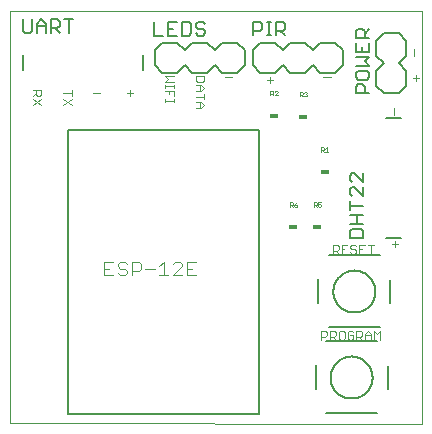
<source format=gto>
G75*
%MOIN*%
%OFA0B0*%
%FSLAX25Y25*%
%IPPOS*%
%LPD*%
%AMOC8*
5,1,8,0,0,1.08239X$1,22.5*
%
%ADD10C,0.00000*%
%ADD11C,0.00300*%
%ADD12C,0.00800*%
%ADD13C,0.00500*%
%ADD14C,0.00400*%
%ADD15R,0.03000X0.01500*%
%ADD16C,0.00100*%
D10*
X0010658Y0015028D02*
X0010619Y0152587D01*
X0147942Y0152587D01*
X0147942Y0014871D01*
X0010658Y0015028D01*
D11*
X0114196Y0042915D02*
X0114196Y0045817D01*
X0115647Y0045817D01*
X0116131Y0045333D01*
X0116131Y0044366D01*
X0115647Y0043882D01*
X0114196Y0043882D01*
X0117143Y0043882D02*
X0118594Y0043882D01*
X0119078Y0044366D01*
X0119078Y0045333D01*
X0118594Y0045817D01*
X0117143Y0045817D01*
X0117143Y0042915D01*
X0118110Y0043882D02*
X0119078Y0042915D01*
X0120089Y0043398D02*
X0120573Y0042915D01*
X0121541Y0042915D01*
X0122024Y0043398D01*
X0122024Y0045333D01*
X0121541Y0045817D01*
X0120573Y0045817D01*
X0120089Y0045333D01*
X0120089Y0043398D01*
X0123036Y0043398D02*
X0123036Y0045333D01*
X0123520Y0045817D01*
X0124487Y0045817D01*
X0124971Y0045333D01*
X0124971Y0044366D02*
X0124003Y0044366D01*
X0124971Y0044366D02*
X0124971Y0043398D01*
X0124487Y0042915D01*
X0123520Y0042915D01*
X0123036Y0043398D01*
X0125982Y0042915D02*
X0125982Y0045817D01*
X0127434Y0045817D01*
X0127917Y0045333D01*
X0127917Y0044366D01*
X0127434Y0043882D01*
X0125982Y0043882D01*
X0126950Y0043882D02*
X0127917Y0042915D01*
X0128929Y0042915D02*
X0128929Y0044850D01*
X0129896Y0045817D01*
X0130864Y0044850D01*
X0130864Y0042915D01*
X0131875Y0042915D02*
X0131875Y0045817D01*
X0132843Y0044850D01*
X0133810Y0045817D01*
X0133810Y0042915D01*
X0130864Y0044366D02*
X0128929Y0044366D01*
X0128862Y0071576D02*
X0126927Y0071576D01*
X0126927Y0074478D01*
X0128862Y0074478D01*
X0129874Y0074478D02*
X0131809Y0074478D01*
X0130841Y0074478D02*
X0130841Y0071576D01*
X0127895Y0073027D02*
X0126927Y0073027D01*
X0125916Y0072543D02*
X0125916Y0072060D01*
X0125432Y0071576D01*
X0124464Y0071576D01*
X0123981Y0072060D01*
X0124464Y0073027D02*
X0123981Y0073511D01*
X0123981Y0073995D01*
X0124464Y0074478D01*
X0125432Y0074478D01*
X0125916Y0073995D01*
X0125432Y0073027D02*
X0125916Y0072543D01*
X0125432Y0073027D02*
X0124464Y0073027D01*
X0122969Y0071576D02*
X0121034Y0071576D01*
X0121034Y0074478D01*
X0122969Y0074478D01*
X0122002Y0073027D02*
X0121034Y0073027D01*
X0120023Y0073027D02*
X0120023Y0073995D01*
X0119539Y0074478D01*
X0118088Y0074478D01*
X0118088Y0071576D01*
X0118088Y0072543D02*
X0119539Y0072543D01*
X0120023Y0073027D01*
X0119055Y0072543D02*
X0120023Y0071576D01*
X0137865Y0074661D02*
X0139800Y0074661D01*
X0138832Y0075629D02*
X0138832Y0073694D01*
X0138376Y0117698D02*
X0138376Y0120125D01*
X0145919Y0129205D02*
X0145919Y0131140D01*
X0146886Y0130173D02*
X0144951Y0130173D01*
X0145069Y0137301D02*
X0145069Y0139728D01*
X0117359Y0130542D02*
X0114932Y0130542D01*
X0098067Y0129385D02*
X0096132Y0129385D01*
X0097100Y0130353D02*
X0097100Y0128418D01*
X0084681Y0130542D02*
X0082255Y0130542D01*
X0075286Y0130784D02*
X0075286Y0129333D01*
X0074802Y0128849D01*
X0072867Y0128849D01*
X0072383Y0129333D01*
X0072383Y0130784D01*
X0075286Y0130784D01*
X0074318Y0127837D02*
X0072383Y0127837D01*
X0073834Y0127837D02*
X0073834Y0125902D01*
X0074318Y0125902D02*
X0072383Y0125902D01*
X0074318Y0125902D02*
X0075286Y0126870D01*
X0074318Y0127837D01*
X0075286Y0124891D02*
X0075286Y0122956D01*
X0075286Y0123923D02*
X0072383Y0123923D01*
X0072383Y0121944D02*
X0074318Y0121944D01*
X0075286Y0120977D01*
X0074318Y0120009D01*
X0072383Y0120009D01*
X0073834Y0120009D02*
X0073834Y0121944D01*
X0065049Y0121959D02*
X0065049Y0122926D01*
X0065049Y0122443D02*
X0062147Y0122443D01*
X0062147Y0122926D02*
X0062147Y0121959D01*
X0065049Y0123938D02*
X0065049Y0125873D01*
X0062147Y0125873D01*
X0062147Y0126870D02*
X0062147Y0127837D01*
X0062147Y0127354D02*
X0065049Y0127354D01*
X0065049Y0127837D02*
X0065049Y0126870D01*
X0063598Y0125873D02*
X0063598Y0124906D01*
X0062147Y0128849D02*
X0065049Y0128849D01*
X0063114Y0129816D02*
X0062147Y0128849D01*
X0063114Y0129816D02*
X0062147Y0130784D01*
X0065049Y0130784D01*
X0051611Y0125055D02*
X0049676Y0125055D01*
X0050643Y0126022D02*
X0050643Y0124087D01*
X0040587Y0125030D02*
X0038160Y0125030D01*
X0031191Y0125092D02*
X0028289Y0125092D01*
X0028289Y0123113D02*
X0031191Y0121178D01*
X0031191Y0123113D02*
X0028289Y0121178D01*
X0031191Y0124124D02*
X0031191Y0126059D01*
X0020955Y0126059D02*
X0020955Y0124608D01*
X0020471Y0124124D01*
X0019504Y0124124D01*
X0019020Y0124608D01*
X0019020Y0126059D01*
X0019020Y0125092D02*
X0018052Y0124124D01*
X0018052Y0123113D02*
X0020955Y0121178D01*
X0020955Y0123113D02*
X0018052Y0121178D01*
X0018052Y0126059D02*
X0020955Y0126059D01*
D12*
X0014871Y0132686D02*
X0014871Y0137686D01*
X0054871Y0137686D02*
X0054871Y0132686D01*
X0058690Y0134300D02*
X0061190Y0131800D01*
X0066190Y0131800D01*
X0068690Y0134300D01*
X0071190Y0131800D01*
X0076190Y0131800D01*
X0078690Y0134300D01*
X0081190Y0131800D01*
X0086190Y0131800D01*
X0088690Y0134300D01*
X0088690Y0139300D01*
X0086190Y0141800D01*
X0081190Y0141800D01*
X0078690Y0139300D01*
X0076190Y0141800D01*
X0071190Y0141800D01*
X0068690Y0139300D01*
X0066190Y0141800D01*
X0061190Y0141800D01*
X0058690Y0139300D01*
X0058690Y0134300D01*
X0091485Y0134339D02*
X0093985Y0131839D01*
X0098985Y0131839D01*
X0101485Y0134339D01*
X0103985Y0131839D01*
X0108985Y0131839D01*
X0111485Y0134339D01*
X0113985Y0131839D01*
X0118985Y0131839D01*
X0121485Y0134339D01*
X0121485Y0139339D01*
X0118985Y0141839D01*
X0113985Y0141839D01*
X0111485Y0139339D01*
X0108985Y0141839D01*
X0103985Y0141839D01*
X0101485Y0139339D01*
X0098985Y0141839D01*
X0093985Y0141839D01*
X0091485Y0139339D01*
X0091485Y0134339D01*
X0132666Y0132528D02*
X0132666Y0127528D01*
X0135166Y0125028D01*
X0140166Y0125028D01*
X0142666Y0127528D01*
X0142666Y0132528D01*
X0140166Y0135028D01*
X0142666Y0137528D01*
X0142666Y0142528D01*
X0140166Y0145028D01*
X0135166Y0145028D01*
X0132666Y0142528D01*
X0132666Y0137528D01*
X0135166Y0135028D01*
X0132666Y0132528D01*
X0135757Y0116918D02*
X0140757Y0116918D01*
X0140757Y0076918D02*
X0135757Y0076918D01*
X0133804Y0070926D02*
X0116804Y0070926D01*
X0113304Y0062973D02*
X0113304Y0054926D01*
X0116804Y0046926D02*
X0133804Y0046926D01*
X0132859Y0042265D02*
X0115859Y0042265D01*
X0112359Y0034312D02*
X0112359Y0026265D01*
X0115859Y0018265D02*
X0132859Y0018265D01*
X0136359Y0026265D02*
X0136359Y0034194D01*
X0117359Y0030265D02*
X0117361Y0030437D01*
X0117367Y0030608D01*
X0117378Y0030780D01*
X0117393Y0030951D01*
X0117412Y0031122D01*
X0117435Y0031292D01*
X0117462Y0031462D01*
X0117494Y0031631D01*
X0117529Y0031799D01*
X0117569Y0031966D01*
X0117613Y0032132D01*
X0117660Y0032297D01*
X0117712Y0032461D01*
X0117768Y0032623D01*
X0117828Y0032784D01*
X0117892Y0032944D01*
X0117960Y0033102D01*
X0118031Y0033258D01*
X0118106Y0033412D01*
X0118186Y0033565D01*
X0118268Y0033715D01*
X0118355Y0033864D01*
X0118445Y0034010D01*
X0118539Y0034154D01*
X0118636Y0034296D01*
X0118737Y0034435D01*
X0118841Y0034572D01*
X0118948Y0034706D01*
X0119059Y0034837D01*
X0119172Y0034966D01*
X0119289Y0035092D01*
X0119409Y0035215D01*
X0119532Y0035335D01*
X0119658Y0035452D01*
X0119787Y0035565D01*
X0119918Y0035676D01*
X0120052Y0035783D01*
X0120189Y0035887D01*
X0120328Y0035988D01*
X0120470Y0036085D01*
X0120614Y0036179D01*
X0120760Y0036269D01*
X0120909Y0036356D01*
X0121059Y0036438D01*
X0121212Y0036518D01*
X0121366Y0036593D01*
X0121522Y0036664D01*
X0121680Y0036732D01*
X0121840Y0036796D01*
X0122001Y0036856D01*
X0122163Y0036912D01*
X0122327Y0036964D01*
X0122492Y0037011D01*
X0122658Y0037055D01*
X0122825Y0037095D01*
X0122993Y0037130D01*
X0123162Y0037162D01*
X0123332Y0037189D01*
X0123502Y0037212D01*
X0123673Y0037231D01*
X0123844Y0037246D01*
X0124016Y0037257D01*
X0124187Y0037263D01*
X0124359Y0037265D01*
X0124531Y0037263D01*
X0124702Y0037257D01*
X0124874Y0037246D01*
X0125045Y0037231D01*
X0125216Y0037212D01*
X0125386Y0037189D01*
X0125556Y0037162D01*
X0125725Y0037130D01*
X0125893Y0037095D01*
X0126060Y0037055D01*
X0126226Y0037011D01*
X0126391Y0036964D01*
X0126555Y0036912D01*
X0126717Y0036856D01*
X0126878Y0036796D01*
X0127038Y0036732D01*
X0127196Y0036664D01*
X0127352Y0036593D01*
X0127506Y0036518D01*
X0127659Y0036438D01*
X0127809Y0036356D01*
X0127958Y0036269D01*
X0128104Y0036179D01*
X0128248Y0036085D01*
X0128390Y0035988D01*
X0128529Y0035887D01*
X0128666Y0035783D01*
X0128800Y0035676D01*
X0128931Y0035565D01*
X0129060Y0035452D01*
X0129186Y0035335D01*
X0129309Y0035215D01*
X0129429Y0035092D01*
X0129546Y0034966D01*
X0129659Y0034837D01*
X0129770Y0034706D01*
X0129877Y0034572D01*
X0129981Y0034435D01*
X0130082Y0034296D01*
X0130179Y0034154D01*
X0130273Y0034010D01*
X0130363Y0033864D01*
X0130450Y0033715D01*
X0130532Y0033565D01*
X0130612Y0033412D01*
X0130687Y0033258D01*
X0130758Y0033102D01*
X0130826Y0032944D01*
X0130890Y0032784D01*
X0130950Y0032623D01*
X0131006Y0032461D01*
X0131058Y0032297D01*
X0131105Y0032132D01*
X0131149Y0031966D01*
X0131189Y0031799D01*
X0131224Y0031631D01*
X0131256Y0031462D01*
X0131283Y0031292D01*
X0131306Y0031122D01*
X0131325Y0030951D01*
X0131340Y0030780D01*
X0131351Y0030608D01*
X0131357Y0030437D01*
X0131359Y0030265D01*
X0131357Y0030093D01*
X0131351Y0029922D01*
X0131340Y0029750D01*
X0131325Y0029579D01*
X0131306Y0029408D01*
X0131283Y0029238D01*
X0131256Y0029068D01*
X0131224Y0028899D01*
X0131189Y0028731D01*
X0131149Y0028564D01*
X0131105Y0028398D01*
X0131058Y0028233D01*
X0131006Y0028069D01*
X0130950Y0027907D01*
X0130890Y0027746D01*
X0130826Y0027586D01*
X0130758Y0027428D01*
X0130687Y0027272D01*
X0130612Y0027118D01*
X0130532Y0026965D01*
X0130450Y0026815D01*
X0130363Y0026666D01*
X0130273Y0026520D01*
X0130179Y0026376D01*
X0130082Y0026234D01*
X0129981Y0026095D01*
X0129877Y0025958D01*
X0129770Y0025824D01*
X0129659Y0025693D01*
X0129546Y0025564D01*
X0129429Y0025438D01*
X0129309Y0025315D01*
X0129186Y0025195D01*
X0129060Y0025078D01*
X0128931Y0024965D01*
X0128800Y0024854D01*
X0128666Y0024747D01*
X0128529Y0024643D01*
X0128390Y0024542D01*
X0128248Y0024445D01*
X0128104Y0024351D01*
X0127958Y0024261D01*
X0127809Y0024174D01*
X0127659Y0024092D01*
X0127506Y0024012D01*
X0127352Y0023937D01*
X0127196Y0023866D01*
X0127038Y0023798D01*
X0126878Y0023734D01*
X0126717Y0023674D01*
X0126555Y0023618D01*
X0126391Y0023566D01*
X0126226Y0023519D01*
X0126060Y0023475D01*
X0125893Y0023435D01*
X0125725Y0023400D01*
X0125556Y0023368D01*
X0125386Y0023341D01*
X0125216Y0023318D01*
X0125045Y0023299D01*
X0124874Y0023284D01*
X0124702Y0023273D01*
X0124531Y0023267D01*
X0124359Y0023265D01*
X0124187Y0023267D01*
X0124016Y0023273D01*
X0123844Y0023284D01*
X0123673Y0023299D01*
X0123502Y0023318D01*
X0123332Y0023341D01*
X0123162Y0023368D01*
X0122993Y0023400D01*
X0122825Y0023435D01*
X0122658Y0023475D01*
X0122492Y0023519D01*
X0122327Y0023566D01*
X0122163Y0023618D01*
X0122001Y0023674D01*
X0121840Y0023734D01*
X0121680Y0023798D01*
X0121522Y0023866D01*
X0121366Y0023937D01*
X0121212Y0024012D01*
X0121059Y0024092D01*
X0120909Y0024174D01*
X0120760Y0024261D01*
X0120614Y0024351D01*
X0120470Y0024445D01*
X0120328Y0024542D01*
X0120189Y0024643D01*
X0120052Y0024747D01*
X0119918Y0024854D01*
X0119787Y0024965D01*
X0119658Y0025078D01*
X0119532Y0025195D01*
X0119409Y0025315D01*
X0119289Y0025438D01*
X0119172Y0025564D01*
X0119059Y0025693D01*
X0118948Y0025824D01*
X0118841Y0025958D01*
X0118737Y0026095D01*
X0118636Y0026234D01*
X0118539Y0026376D01*
X0118445Y0026520D01*
X0118355Y0026666D01*
X0118268Y0026815D01*
X0118186Y0026965D01*
X0118106Y0027118D01*
X0118031Y0027272D01*
X0117960Y0027428D01*
X0117892Y0027586D01*
X0117828Y0027746D01*
X0117768Y0027907D01*
X0117712Y0028069D01*
X0117660Y0028233D01*
X0117613Y0028398D01*
X0117569Y0028564D01*
X0117529Y0028731D01*
X0117494Y0028899D01*
X0117462Y0029068D01*
X0117435Y0029238D01*
X0117412Y0029408D01*
X0117393Y0029579D01*
X0117378Y0029750D01*
X0117367Y0029922D01*
X0117361Y0030093D01*
X0117359Y0030265D01*
X0137304Y0054926D02*
X0137304Y0062855D01*
X0118304Y0058926D02*
X0118306Y0059098D01*
X0118312Y0059269D01*
X0118323Y0059441D01*
X0118338Y0059612D01*
X0118357Y0059783D01*
X0118380Y0059953D01*
X0118407Y0060123D01*
X0118439Y0060292D01*
X0118474Y0060460D01*
X0118514Y0060627D01*
X0118558Y0060793D01*
X0118605Y0060958D01*
X0118657Y0061122D01*
X0118713Y0061284D01*
X0118773Y0061445D01*
X0118837Y0061605D01*
X0118905Y0061763D01*
X0118976Y0061919D01*
X0119051Y0062073D01*
X0119131Y0062226D01*
X0119213Y0062376D01*
X0119300Y0062525D01*
X0119390Y0062671D01*
X0119484Y0062815D01*
X0119581Y0062957D01*
X0119682Y0063096D01*
X0119786Y0063233D01*
X0119893Y0063367D01*
X0120004Y0063498D01*
X0120117Y0063627D01*
X0120234Y0063753D01*
X0120354Y0063876D01*
X0120477Y0063996D01*
X0120603Y0064113D01*
X0120732Y0064226D01*
X0120863Y0064337D01*
X0120997Y0064444D01*
X0121134Y0064548D01*
X0121273Y0064649D01*
X0121415Y0064746D01*
X0121559Y0064840D01*
X0121705Y0064930D01*
X0121854Y0065017D01*
X0122004Y0065099D01*
X0122157Y0065179D01*
X0122311Y0065254D01*
X0122467Y0065325D01*
X0122625Y0065393D01*
X0122785Y0065457D01*
X0122946Y0065517D01*
X0123108Y0065573D01*
X0123272Y0065625D01*
X0123437Y0065672D01*
X0123603Y0065716D01*
X0123770Y0065756D01*
X0123938Y0065791D01*
X0124107Y0065823D01*
X0124277Y0065850D01*
X0124447Y0065873D01*
X0124618Y0065892D01*
X0124789Y0065907D01*
X0124961Y0065918D01*
X0125132Y0065924D01*
X0125304Y0065926D01*
X0125476Y0065924D01*
X0125647Y0065918D01*
X0125819Y0065907D01*
X0125990Y0065892D01*
X0126161Y0065873D01*
X0126331Y0065850D01*
X0126501Y0065823D01*
X0126670Y0065791D01*
X0126838Y0065756D01*
X0127005Y0065716D01*
X0127171Y0065672D01*
X0127336Y0065625D01*
X0127500Y0065573D01*
X0127662Y0065517D01*
X0127823Y0065457D01*
X0127983Y0065393D01*
X0128141Y0065325D01*
X0128297Y0065254D01*
X0128451Y0065179D01*
X0128604Y0065099D01*
X0128754Y0065017D01*
X0128903Y0064930D01*
X0129049Y0064840D01*
X0129193Y0064746D01*
X0129335Y0064649D01*
X0129474Y0064548D01*
X0129611Y0064444D01*
X0129745Y0064337D01*
X0129876Y0064226D01*
X0130005Y0064113D01*
X0130131Y0063996D01*
X0130254Y0063876D01*
X0130374Y0063753D01*
X0130491Y0063627D01*
X0130604Y0063498D01*
X0130715Y0063367D01*
X0130822Y0063233D01*
X0130926Y0063096D01*
X0131027Y0062957D01*
X0131124Y0062815D01*
X0131218Y0062671D01*
X0131308Y0062525D01*
X0131395Y0062376D01*
X0131477Y0062226D01*
X0131557Y0062073D01*
X0131632Y0061919D01*
X0131703Y0061763D01*
X0131771Y0061605D01*
X0131835Y0061445D01*
X0131895Y0061284D01*
X0131951Y0061122D01*
X0132003Y0060958D01*
X0132050Y0060793D01*
X0132094Y0060627D01*
X0132134Y0060460D01*
X0132169Y0060292D01*
X0132201Y0060123D01*
X0132228Y0059953D01*
X0132251Y0059783D01*
X0132270Y0059612D01*
X0132285Y0059441D01*
X0132296Y0059269D01*
X0132302Y0059098D01*
X0132304Y0058926D01*
X0132302Y0058754D01*
X0132296Y0058583D01*
X0132285Y0058411D01*
X0132270Y0058240D01*
X0132251Y0058069D01*
X0132228Y0057899D01*
X0132201Y0057729D01*
X0132169Y0057560D01*
X0132134Y0057392D01*
X0132094Y0057225D01*
X0132050Y0057059D01*
X0132003Y0056894D01*
X0131951Y0056730D01*
X0131895Y0056568D01*
X0131835Y0056407D01*
X0131771Y0056247D01*
X0131703Y0056089D01*
X0131632Y0055933D01*
X0131557Y0055779D01*
X0131477Y0055626D01*
X0131395Y0055476D01*
X0131308Y0055327D01*
X0131218Y0055181D01*
X0131124Y0055037D01*
X0131027Y0054895D01*
X0130926Y0054756D01*
X0130822Y0054619D01*
X0130715Y0054485D01*
X0130604Y0054354D01*
X0130491Y0054225D01*
X0130374Y0054099D01*
X0130254Y0053976D01*
X0130131Y0053856D01*
X0130005Y0053739D01*
X0129876Y0053626D01*
X0129745Y0053515D01*
X0129611Y0053408D01*
X0129474Y0053304D01*
X0129335Y0053203D01*
X0129193Y0053106D01*
X0129049Y0053012D01*
X0128903Y0052922D01*
X0128754Y0052835D01*
X0128604Y0052753D01*
X0128451Y0052673D01*
X0128297Y0052598D01*
X0128141Y0052527D01*
X0127983Y0052459D01*
X0127823Y0052395D01*
X0127662Y0052335D01*
X0127500Y0052279D01*
X0127336Y0052227D01*
X0127171Y0052180D01*
X0127005Y0052136D01*
X0126838Y0052096D01*
X0126670Y0052061D01*
X0126501Y0052029D01*
X0126331Y0052002D01*
X0126161Y0051979D01*
X0125990Y0051960D01*
X0125819Y0051945D01*
X0125647Y0051934D01*
X0125476Y0051928D01*
X0125304Y0051926D01*
X0125132Y0051928D01*
X0124961Y0051934D01*
X0124789Y0051945D01*
X0124618Y0051960D01*
X0124447Y0051979D01*
X0124277Y0052002D01*
X0124107Y0052029D01*
X0123938Y0052061D01*
X0123770Y0052096D01*
X0123603Y0052136D01*
X0123437Y0052180D01*
X0123272Y0052227D01*
X0123108Y0052279D01*
X0122946Y0052335D01*
X0122785Y0052395D01*
X0122625Y0052459D01*
X0122467Y0052527D01*
X0122311Y0052598D01*
X0122157Y0052673D01*
X0122004Y0052753D01*
X0121854Y0052835D01*
X0121705Y0052922D01*
X0121559Y0053012D01*
X0121415Y0053106D01*
X0121273Y0053203D01*
X0121134Y0053304D01*
X0120997Y0053408D01*
X0120863Y0053515D01*
X0120732Y0053626D01*
X0120603Y0053739D01*
X0120477Y0053856D01*
X0120354Y0053976D01*
X0120234Y0054099D01*
X0120117Y0054225D01*
X0120004Y0054354D01*
X0119893Y0054485D01*
X0119786Y0054619D01*
X0119682Y0054756D01*
X0119581Y0054895D01*
X0119484Y0055037D01*
X0119390Y0055181D01*
X0119300Y0055327D01*
X0119213Y0055476D01*
X0119131Y0055626D01*
X0119051Y0055779D01*
X0118976Y0055933D01*
X0118905Y0056089D01*
X0118837Y0056247D01*
X0118773Y0056407D01*
X0118713Y0056568D01*
X0118657Y0056730D01*
X0118605Y0056894D01*
X0118558Y0057059D01*
X0118514Y0057225D01*
X0118474Y0057392D01*
X0118439Y0057560D01*
X0118407Y0057729D01*
X0118380Y0057899D01*
X0118357Y0058069D01*
X0118338Y0058240D01*
X0118323Y0058411D01*
X0118312Y0058583D01*
X0118306Y0058754D01*
X0118304Y0058926D01*
D13*
X0123803Y0076868D02*
X0123803Y0079120D01*
X0124553Y0079871D01*
X0127556Y0079871D01*
X0128307Y0079120D01*
X0128307Y0076868D01*
X0123803Y0076868D01*
X0123803Y0081472D02*
X0128307Y0081472D01*
X0126055Y0081472D02*
X0126055Y0084475D01*
X0123803Y0084475D02*
X0128307Y0084475D01*
X0128307Y0087577D02*
X0123803Y0087577D01*
X0123803Y0086076D02*
X0123803Y0089079D01*
X0124553Y0090680D02*
X0123803Y0091431D01*
X0123803Y0092932D01*
X0124553Y0093682D01*
X0125304Y0093682D01*
X0128307Y0090680D01*
X0128307Y0093682D01*
X0128307Y0095284D02*
X0125304Y0098286D01*
X0124553Y0098286D01*
X0123803Y0097536D01*
X0123803Y0096034D01*
X0124553Y0095284D01*
X0128307Y0095284D02*
X0128307Y0098286D01*
X0128715Y0124978D02*
X0128715Y0127230D01*
X0127964Y0127981D01*
X0126463Y0127981D01*
X0125712Y0127230D01*
X0125712Y0124978D01*
X0130216Y0124978D01*
X0129466Y0129582D02*
X0126463Y0129582D01*
X0125712Y0130333D01*
X0125712Y0131834D01*
X0126463Y0132585D01*
X0129466Y0132585D01*
X0130216Y0131834D01*
X0130216Y0130333D01*
X0129466Y0129582D01*
X0130216Y0134186D02*
X0125712Y0134186D01*
X0125712Y0137189D02*
X0130216Y0137189D01*
X0128715Y0135687D01*
X0130216Y0134186D01*
X0130216Y0138790D02*
X0130216Y0141793D01*
X0130216Y0143394D02*
X0125712Y0143394D01*
X0125712Y0145646D01*
X0126463Y0146397D01*
X0127964Y0146397D01*
X0128715Y0145646D01*
X0128715Y0143394D01*
X0128715Y0144895D02*
X0130216Y0146397D01*
X0125712Y0141793D02*
X0125712Y0138790D01*
X0130216Y0138790D01*
X0127964Y0138790D02*
X0127964Y0140291D01*
X0102111Y0144289D02*
X0100610Y0145791D01*
X0101360Y0145791D02*
X0099108Y0145791D01*
X0099108Y0144289D02*
X0099108Y0148793D01*
X0101360Y0148793D01*
X0102111Y0148043D01*
X0102111Y0146541D01*
X0101360Y0145791D01*
X0097540Y0144289D02*
X0096039Y0144289D01*
X0096790Y0144289D02*
X0096790Y0148793D01*
X0097540Y0148793D02*
X0096039Y0148793D01*
X0094438Y0148043D02*
X0094438Y0146541D01*
X0093687Y0145791D01*
X0091435Y0145791D01*
X0091435Y0144289D02*
X0091435Y0148793D01*
X0093687Y0148793D01*
X0094438Y0148043D01*
X0075454Y0148003D02*
X0074703Y0148754D01*
X0073202Y0148754D01*
X0072452Y0148003D01*
X0072452Y0147253D01*
X0073202Y0146502D01*
X0074703Y0146502D01*
X0075454Y0145751D01*
X0075454Y0145001D01*
X0074703Y0144250D01*
X0073202Y0144250D01*
X0072452Y0145001D01*
X0070850Y0145001D02*
X0070850Y0148003D01*
X0070100Y0148754D01*
X0067848Y0148754D01*
X0067848Y0144250D01*
X0070100Y0144250D01*
X0070850Y0145001D01*
X0066246Y0144250D02*
X0063244Y0144250D01*
X0063244Y0148754D01*
X0066246Y0148754D01*
X0064745Y0146502D02*
X0063244Y0146502D01*
X0061642Y0144250D02*
X0058640Y0144250D01*
X0058640Y0148754D01*
X0031635Y0149640D02*
X0028633Y0149640D01*
X0030134Y0149640D02*
X0030134Y0145136D01*
X0027031Y0145136D02*
X0025530Y0146637D01*
X0026281Y0146637D02*
X0024029Y0146637D01*
X0024029Y0145136D02*
X0024029Y0149640D01*
X0026281Y0149640D01*
X0027031Y0148889D01*
X0027031Y0147388D01*
X0026281Y0146637D01*
X0022427Y0147388D02*
X0019425Y0147388D01*
X0019425Y0148138D02*
X0019425Y0145136D01*
X0017823Y0145886D02*
X0017823Y0149640D01*
X0019425Y0148138D02*
X0020926Y0149640D01*
X0022427Y0148138D01*
X0022427Y0145136D01*
X0017823Y0145886D02*
X0017073Y0145136D01*
X0015572Y0145136D01*
X0014821Y0145886D01*
X0014821Y0149640D01*
X0029792Y0112824D02*
X0093572Y0112824D01*
X0093572Y0017942D01*
X0029792Y0017942D01*
X0029792Y0112824D01*
D14*
X0041859Y0068887D02*
X0041859Y0064283D01*
X0044928Y0064283D01*
X0046463Y0065051D02*
X0047230Y0064283D01*
X0048765Y0064283D01*
X0049532Y0065051D01*
X0049532Y0065818D01*
X0048765Y0066585D01*
X0047230Y0066585D01*
X0046463Y0067353D01*
X0046463Y0068120D01*
X0047230Y0068887D01*
X0048765Y0068887D01*
X0049532Y0068120D01*
X0051067Y0068887D02*
X0053369Y0068887D01*
X0054136Y0068120D01*
X0054136Y0066585D01*
X0053369Y0065818D01*
X0051067Y0065818D01*
X0051067Y0064283D02*
X0051067Y0068887D01*
X0055671Y0066585D02*
X0058740Y0066585D01*
X0060275Y0067353D02*
X0061809Y0068887D01*
X0061809Y0064283D01*
X0060275Y0064283D02*
X0063344Y0064283D01*
X0064879Y0064283D02*
X0067948Y0067353D01*
X0067948Y0068120D01*
X0067181Y0068887D01*
X0065646Y0068887D01*
X0064879Y0068120D01*
X0064879Y0064283D02*
X0067948Y0064283D01*
X0069483Y0064283D02*
X0072552Y0064283D01*
X0071017Y0066585D02*
X0069483Y0066585D01*
X0069483Y0068887D02*
X0069483Y0064283D01*
X0069483Y0068887D02*
X0072552Y0068887D01*
X0044928Y0068887D02*
X0041859Y0068887D01*
X0041859Y0066585D02*
X0043394Y0066585D01*
D15*
X0098375Y0117391D03*
X0108257Y0117076D03*
X0115383Y0098611D03*
X0112784Y0080540D03*
X0104910Y0080540D03*
D16*
X0104823Y0087133D02*
X0104323Y0087634D01*
X0104573Y0087634D02*
X0103822Y0087634D01*
X0103822Y0087133D02*
X0103822Y0088635D01*
X0104573Y0088635D01*
X0104823Y0088385D01*
X0104823Y0087884D01*
X0104573Y0087634D01*
X0105296Y0087884D02*
X0106046Y0087884D01*
X0106297Y0087634D01*
X0106297Y0087384D01*
X0106046Y0087133D01*
X0105546Y0087133D01*
X0105296Y0087384D01*
X0105296Y0087884D01*
X0105796Y0088385D01*
X0106297Y0088635D01*
X0111696Y0088635D02*
X0111696Y0087133D01*
X0111696Y0087634D02*
X0112447Y0087634D01*
X0112697Y0087884D01*
X0112697Y0088385D01*
X0112447Y0088635D01*
X0111696Y0088635D01*
X0112197Y0087634D02*
X0112697Y0087133D01*
X0113170Y0087384D02*
X0113420Y0087133D01*
X0113920Y0087133D01*
X0114171Y0087384D01*
X0114171Y0087884D01*
X0113920Y0088134D01*
X0113670Y0088134D01*
X0113170Y0087884D01*
X0113170Y0088635D01*
X0114171Y0088635D01*
X0114098Y0105480D02*
X0114098Y0106981D01*
X0114849Y0106981D01*
X0115099Y0106731D01*
X0115099Y0106231D01*
X0114849Y0105980D01*
X0114098Y0105980D01*
X0114598Y0105980D02*
X0115099Y0105480D01*
X0115571Y0105480D02*
X0116572Y0105480D01*
X0116072Y0105480D02*
X0116072Y0106981D01*
X0115571Y0106481D01*
X0109275Y0123944D02*
X0108774Y0123944D01*
X0108524Y0124195D01*
X0108052Y0123944D02*
X0107551Y0124445D01*
X0107801Y0124445D02*
X0107051Y0124445D01*
X0107051Y0123944D02*
X0107051Y0125446D01*
X0107801Y0125446D01*
X0108052Y0125196D01*
X0108052Y0124695D01*
X0107801Y0124445D01*
X0108524Y0125196D02*
X0108774Y0125446D01*
X0109275Y0125446D01*
X0109525Y0125196D01*
X0109525Y0124945D01*
X0109275Y0124695D01*
X0109525Y0124445D01*
X0109525Y0124195D01*
X0109275Y0123944D01*
X0109275Y0124695D02*
X0109024Y0124695D01*
X0099761Y0124299D02*
X0098760Y0124299D01*
X0099761Y0125300D01*
X0099761Y0125550D01*
X0099511Y0125800D01*
X0099010Y0125800D01*
X0098760Y0125550D01*
X0098288Y0125550D02*
X0098288Y0125049D01*
X0098038Y0124799D01*
X0097287Y0124799D01*
X0097287Y0124299D02*
X0097287Y0125800D01*
X0098038Y0125800D01*
X0098288Y0125550D01*
X0097787Y0124799D02*
X0098288Y0124299D01*
M02*

</source>
